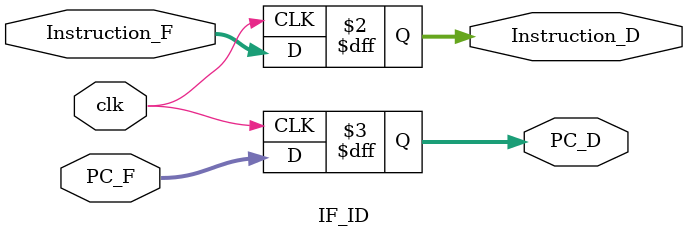
<source format=v>
module IF_ID(
	input			clk,
	input		[31:0]	Instruction_F,
	input		[31:0]	PC_F,
	output 	reg	[31:0]	Instruction_D,
	output	reg	[31:0]	PC_D
);

always @(posedge clk)	begin
	Instruction_D 	<= Instruction_F;
	PC_D	<= PC_F;
end

endmodule

	
	
</source>
